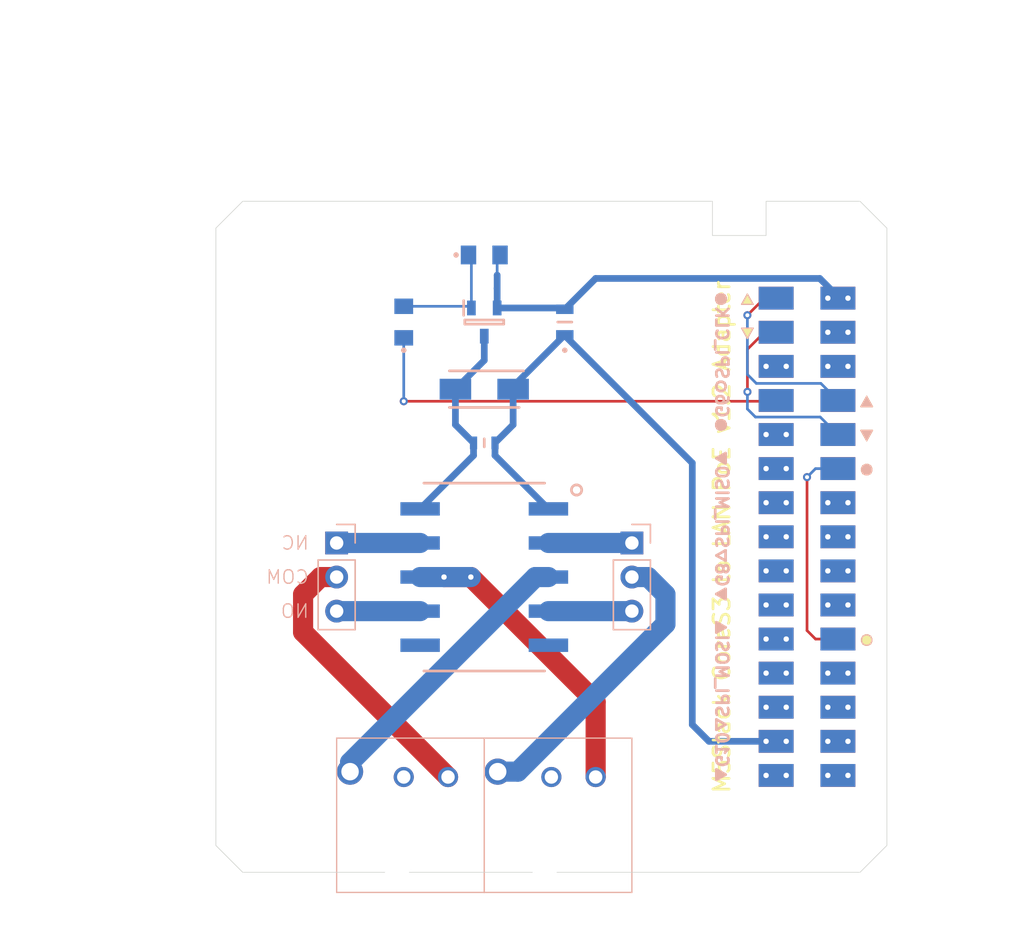
<source format=kicad_pcb>
(kicad_pcb (version 20241229) (generator "pcbnew") (generator_version "9.0")
  (title_block (title "M5Stack CoreS3 to LAN PoE v1.2 Adapter with DPDT Relay") (date "2025-08-14") (rev "1.0") (company "https://github.com/rtyle") (comment 1 "https://github.com/m5stack/M5_Hardware/tree/master/PCB/Module") (comment 2 "https://docs.m5stack.com/en/base/lan_poe_v12") (comment 3 "https://docs.m5stack.com/en/accessory/bus_socket"))
  (layers (0 "F.Cu" jumper "Top Layer") (2 "B.Cu" signal "Bottom Layer") (13 "F.Paste" user "Top Paste") (15 "B.Paste" user "Bottom Paste") (5 "F.SilkS" user "Top Overlay") (7 "B.SilkS" user "Bottom Overlay") (1 "F.Mask" user "Top Solder") (3 "B.Mask" user "Bottom Solder") (25 "Edge.Cuts" user))
  (net 0 "")
  (net 1 "/G5·")
  (net 2 "/G14{slash}I2S_DIN·INT")
  (net 3 "/G8·SPI_MISO")
  (net 4 "/RST{slash}EN·")
  (net 5 "/G2{slash}PA_SDA·")
  (net 6 "/G6·SPI_CLK")
  (net 7 "/G44{slash}RXD0·")
  (net 8 "/GND1")
  (net 9 "/3V3")
  (net 10 "/GND2")
  (net 11 "/G7·RST")
  (net 12 "/G43{slash}TXD0·")
  (net 13 "GND")
  (net 14 "/G18{slash}PC_RX·")
  (net 15 "/HPWR2")
  (net 16 "/G10·SPI_MOSI")
  (net 17 "/G1{slash}PA_SCL·RS232_RX{slash}RS485_RX")
  (net 18 "/G13{slash}I2S_DOUT·RS232_TX{slash}RS485_TX")
  (net 19 "/G11{slash}In_CL·")
  (net 20 "/G0{slash}I2S_LRCK·")
  (net 21 "/HPWR0")
  (net 22 "/G12{slash}In_SDA·")
  (net 23 "/HPWR1")
  (net 24 "+5V")
  (net 27 "/G17{slash}PC_TX·")
  (net 28 "/G9·CS")
  (net 37 "/BAT")
  (net 38 "/SW1")
  (net 40 "/COM0")
  (net 41 "/SW0")
  (net 42 "/COM1")
  (net 43 "/NO0")
  (net 44 "/NC0")
  (net 45 "/NO1")
  (net 46 "/NC1")
  (net 47 "/BASE")
  (net 48 "/PULLDOWN")
  (net 49 "/COIL-")
  (footprint "m5stack:MountingHole_2.0mm_M5Stack" (layer "F.Cu") (at 107 103)
    (property "Reference" "REF**" (hide yes))
    (property "Value" "MountingHole_2.0mm_M5Stack")
    (pad "" np_thru_hole circle (at 0 0) (size 2 2) (drill 2) (layers "*.Cu" "*.Mask"))
  )
  (footprint "m5stack:MountingHole_2.0mm_M5Stack" (layer "F.Cu") (at 107 147)
    (property "Reference" "REF**" (hide yes))
    (property "Value" "MountingHole_2.0mm_M5Stack")
    (pad "" np_thru_hole circle (at 0 0) (size 2 2) (drill 2) (layers "*.Cu" "*.Mask"))
  )
  (footprint "m5stack:MountingHole_3.1mm_M3_M5Stack" (layer "F.Cu") (at 103 147)
    (property "Reference" "REF**" (hide yes))
    (property "Value" "MountingHole_3.1mm_M3_M5Stack")
    (pad "" np_thru_hole circle (at 0 0) (size 3.1 3.1) (drill 3.1) (layers "*.Cu" "*.Mask"))
  )
  (footprint "m5stack:MountingHole_2.0mm_M5Stack" (layer "F.Cu") (at 143 103)
    (property "Reference" "REF**" (hide yes))
    (property "Value" "MountingHole_2.0mm_M5Stack")
    (pad "" np_thru_hole circle (at 0 0) (size 2 2) (drill 2) (layers "*.Cu" "*.Mask"))
  )
  (footprint "m5stack:MountingHole_2.0mm_M5Stack" (layer "F.Cu") (at 143 147)
    (property "Reference" "REF**" (hide yes))
    (property "Value" "MountingHole_2.0mm_M5Stack")
    (pad "" np_thru_hole circle (at 0 0) (size 2 2) (drill 2) (layers "*.Cu" "*.Mask"))
  )
  (footprint "m5stack:PinHeader_2x15_P2.54mm_Vertical_SMD_M5Stack_A001" (layer "F.Cu") (at 144.05 125)
    (property "Reference" "J1" (hide yes))
    (property "Value" "M5Stack A117 PinHeader")
    (pad "" np_thru_hole circle (at 0 -16.51 180) (size 1.1 1.1) (drill 1.1) (layers "*.Cu" "*.Mask"))
    (pad "" np_thru_hole circle (at 0 -13.97 180) (size 1 1) (drill 1) (layers "*.Cu" "*.Mask"))
    (pad "" np_thru_hole circle (at 0 13.97 180) (size 1 1) (drill 1) (layers "*.Cu" "*.Mask"))
    (pad "" np_thru_hole circle (at 0 16.51 180) (size 1.1 1.1) (drill 1.1) (layers "*.Cu" "*.Mask"))
    (pad "000" smd rect (at 2.3 -17.78 180) (size 2.6 1.7) (layers "F.Cu" "F.Mask" "F.Paste") (net 13 "GND"))
    (pad "001" smd rect (at 2.3 -15.24 180) (size 2.6 1.7) (layers "F.Cu" "F.Mask" "F.Paste") (net 8 "/GND1"))
    (pad "002" smd rect (at 2.3 -12.7 180) (size 2.6 1.7) (layers "F.Cu" "F.Mask" "F.Paste") (net 10 "/GND2"))
    (pad "003" smd rect (at 2.3 -10.16 180) (size 2.6 1.7) (layers "F.Cu" "F.Mask" "F.Paste"))
    (pad "004" smd rect (at 2.3 -7.62 180) (size 2.6 1.7) (layers "F.Cu" "F.Mask" "F.Paste"))
    (pad "005" smd rect (at 2.3 -5.08 180) (size 2.6 1.7) (layers "F.Cu" "F.Mask" "F.Paste"))
    (pad "006" smd rect (at 2.3 -2.54 180) (size 2.6 1.7) (layers "F.Cu" "F.Mask" "F.Paste") (net 7 "/G44{slash}RXD0·"))
    (pad "007" smd rect (at 2.3 0 180) (size 2.6 1.7) (layers "F.Cu" "F.Mask" "F.Paste") (net 14 "/G18{slash}PC_RX·"))
    (pad "008" smd rect (at 2.3 2.54 180) (size 2.6 1.7) (layers "F.Cu" "F.Mask" "F.Paste") (net 22 "/G12{slash}In_SDA·"))
    (pad "009" smd rect (at 2.3 5.08 180) (size 2.6 1.7) (layers "F.Cu" "F.Mask" "F.Paste") (net 5 "/G2{slash}PA_SDA·"))
    (pad "010" smd rect (at 2.3 7.62 180) (size 2.6 1.7) (layers "F.Cu" "F.Mask" "F.Paste") (net 6 "/G6·SPI_CLK"))
    (pad "011" smd rect (at 2.3 10.16 180) (size 2.6 1.7) (layers "F.Cu" "F.Mask" "F.Paste") (net 18 "/G13{slash}I2S_DOUT·RS232_TX{slash}RS485_TX"))
    (pad "012" smd rect (at 2.3 12.7 180) (size 2.6 1.7) (layers "F.Cu" "F.Mask" "F.Paste") (net 21 "/HPWR0"))
    (pad "013" smd rect (at 2.3 15.24 180) (size 2.6 1.7) (layers "F.Cu" "F.Mask" "F.Paste") (net 23 "/HPWR1"))
    (pad "014" smd rect (at 2.3 17.78 180) (size 2.6 1.7) (layers "F.Cu" "F.Mask" "F.Paste") (net 15 "/HPWR2"))
    (pad "100" smd rect (at -2.3 -17.78) (size 2.6 1.7) (layers "F.Cu" "F.Mask" "F.Paste") (net 16 "/G10·SPI_MOSI"))
    (pad "101" smd rect (at -2.3 -15.24) (size 2.6 1.7) (layers "F.Cu" "F.Mask" "F.Paste") (net 3 "/G8·SPI_MISO"))
    (pad "102" smd rect (at -2.3 -12.7) (size 2.6 1.7) (layers "F.Cu" "F.Mask" "F.Paste") (net 4 "/RST{slash}EN·"))
    (pad "103" smd rect (at -2.3 -10.16) (size 2.6 1.7) (layers "F.Cu" "F.Mask" "F.Paste") (net 1 "/G5·"))
    (pad "104" smd rect (at -2.3 -7.62) (size 2.6 1.7) (layers "F.Cu" "F.Mask" "F.Paste") (net 28 "/G9·CS"))
    (pad "105" smd rect (at -2.3 -5.08) (size 2.6 1.7) (layers "F.Cu" "F.Mask" "F.Paste") (net 9 "/3V3"))
    (pad "106" smd rect (at -2.3 -2.54) (size 2.6 1.7) (layers "F.Cu" "F.Mask" "F.Paste") (net 12 "/G43{slash}TXD0·"))
    (pad "107" smd rect (at -2.3 0) (size 2.6 1.7) (layers "F.Cu" "F.Mask" "F.Paste") (net 27 "/G17{slash}PC_TX·"))
    (pad "108" smd rect (at -2.3 2.54) (size 2.6 1.7) (layers "F.Cu" "F.Mask" "F.Paste") (net 19 "/G11{slash}In_CL·"))
    (pad "109" smd rect (at -2.3 5.08) (size 2.6 1.7) (layers "F.Cu" "F.Mask" "F.Paste") (net 17 "/G1{slash}PA_SCL·RS232_RX{slash}RS485_RX"))
    (pad "110" smd rect (at -2.3 7.62) (size 2.6 1.7) (layers "F.Cu" "F.Mask" "F.Paste") (net 11 "/G7·RST"))
    (pad "111" smd rect (at -2.3 10.16) (size 2.6 1.7) (layers "F.Cu" "F.Mask" "F.Paste") (net 20 "/G0{slash}I2S_LRCK·"))
    (pad "112" smd rect (at -2.3 12.7) (size 2.6 1.7) (layers "F.Cu" "F.Mask" "F.Paste") (net 2 "/G14{slash}I2S_DIN·INT"))
    (pad "113" smd rect (at -2.3 15.24) (size 2.6 1.7) (layers "F.Cu" "F.Mask" "F.Paste") (net 24 "+5V"))
    (pad "114" smd rect (at -2.3 17.78) (size 2.6 1.7) (layers "F.Cu" "F.Mask" "F.Paste") (net 37 "/BAT"))
  )
  (footprint "m5stack:MountingHole_3.1mm_M3_M5Stack" (layer "F.Cu") (at 147 147)
    (property "Reference" "REF**" (hide yes))
    (property "Value" "MountingHole_3.1mm_M3_M5Stack")
    (pad "" np_thru_hole circle (at 0 0) (size 3.1 3.1) (drill 3.1) (layers "*.Cu" "*.Mask"))
  )
  (footprint "m5stack:MountingHole_3.1mm_M3_M5Stack" (layer "F.Cu") (at 103 103)
    (property "Reference" "REF**" (hide yes))
    (property "Value" "MountingHole_3.1mm_M3_M5Stack")
    (pad "" np_thru_hole circle (at 0 0) (size 3.1 3.1) (drill 3.1) (layers "*.Cu" "*.Mask"))
  )
  (footprint "m5stack:MountingHole_3.1mm_M3_M5Stack" (layer "F.Cu") (at 147 103)
    (property "Reference" "REF**" (hide yes))
    (property "Value" "MountingHole_3.1mm_M3_M5Stack")
    (pad "" np_thru_hole circle (at 0 0) (size 3.1 3.1) (drill 3.1) (layers "*.Cu" "*.Mask"))
  )
  (footprint "SamacSys_Parts:DIOM5227X270N" (layer "B.Cu") (at 120 114 180)
    (property "Reference" "D1" (hide yes))
    (property "Value" "SS14" (hide yes))
    (fp_line (start 2.6 1.362) (end -2.925 1.362) (stroke (width 0.2)) (layer "B.SilkS"))
    (fp_line (start -2.6 -1.362) (end 2.6 -1.362) (stroke (width 0.2)) (layer "B.SilkS"))
    (pad "1" smd rect (at -2.15 0 90) (size 1.55 2.35) (layers "B.Cu" "B.Mask" "B.Paste") (net 24 "+5V"))
    (pad "2" smd rect (at 2.15 0 90) (size 1.55 2.35) (layers "B.Cu" "B.Mask" "B.Paste") (net 49 "/COIL-"))
  )
  (footprint "SamacSys_Parts:CAPC1608X80N" (layer "B.Cu") (at 120 118)
    (property "Reference" "C2" (hide yes))
    (property "Value" "0.1uF" (hide yes))
    (fp_line (start 0 0.3) (end 0 -0.3) (stroke (width 0.2)) (layer "B.SilkS"))
    (pad "1" smd rect (at -0.8 0) (size 0.54 0.94) (layers "B.Cu" "B.Mask" "B.Paste") (net 49 "/COIL-"))
    (pad "2" smd rect (at 0.8 0) (size 0.54 0.94) (layers "B.Cu" "B.Mask" "B.Paste") (net 24 "+5V"))
  )
  (footprint "NetTie:NetTie-2_SMD_Pad0.5mm" (layer "B.Cu") (at 120.96 106 -90)
    (property "Reference" "NT2" (hide yes))
    (property "Value" "NetTie_2" (hide yes))
    (fp_poly (pts (xy -0.5 0.25) (xy 0.5 0.25) (xy 0.5 -0.25) (xy -0.5 -0.25)) (fill yes) (layer "B.Cu"))
    (pad "1" smd circle (at -0.5 0 270) (size 0.5 0.5) (layers "B.Cu") (net 48 "/PULLDOWN"))
    (pad "2" smd circle (at 0.5 0 270) (size 0.5 0.5) (layers "B.Cu") (net 13 "GND"))
  )
  (footprint "SamacSys_Parts:ERJP06D1000V" (layer "B.Cu") (at 114 109 90)
    (property "Reference" "R1" (hide yes))
    (property "Value" "1K" (hide yes))
    (fp_line (start -2.1 -0.1) (end -2.1 -0.1) (stroke (width 0.2)) (layer "B.SilkS"))
    (fp_line (start -2.1 0.1) (end -2.1 0.1) (stroke (width 0.2)) (layer "B.SilkS"))
    (fp_arc (start -2.1 -0.1) (mid -2 0) (end -2.1 0.1) (stroke (width 0.2)) (layer "B.SilkS"))
    (fp_arc (start -2.1 0.1) (mid -2.2 0) (end -2.1 -0.1) (stroke (width 0.2)) (layer "B.SilkS"))
    (pad "1" smd rect (at -1.175 0 90) (size 1.15 1.4) (layers "B.Cu" "B.Mask" "B.Paste") (net 1 "/G5·"))
    (pad "2" smd rect (at 1.175 0 90) (size 1.15 1.4) (layers "B.Cu" "B.Mask" "B.Paste") (net 47 "/BASE"))
  )
  (footprint "m5stack:PinSocket_2x15_P2.54mm_Vertical_SMD_M5Stack_A001" (layer "B.Cu") (at 144.05 125 180)
    (property "Reference" "J2" (hide yes))
    (property "Value" "M5Stack A117 PinSocket")
    (pad "" np_thru_hole circle (at 0 -16.51) (size 1.1 1.1) (drill 1.1) (layers "*.Cu" "*.Mask"))
    (pad "" np_thru_hole circle (at 0 -13.97) (size 1 1) (drill 1) (layers "*.Cu" "*.Mask"))
    (pad "" np_thru_hole circle (at 0 13.97) (size 1 1) (drill 1) (layers "*.Cu" "*.Mask"))
    (pad "" np_thru_hole circle (at 0 16.51) (size 1.1 1.1) (drill 1.1) (layers "*.Cu" "*.Mask"))
    (pad "000" smd rect (at -2.3 17.78 180) (size 2.6 1.7) (layers "B.Cu" "B.Mask" "B.Paste") (net 13 "GND"))
    (pad "001" smd rect (at -2.3 15.24 180) (size 2.6 1.7) (layers "B.Cu" "B.Mask" "B.Paste") (net 8 "/GND1"))
    (pad "002" smd rect (at -2.3 12.7 180) (size 2.6 1.7) (layers "B.Cu" "B.Mask" "B.Paste") (net 10 "/GND2"))
    (pad "003" smd rect (at -2.3 10.16 180) (size 2.6 1.7) (layers "B.Cu" "B.Mask" "B.Paste") (net 16 "/G10·SPI_MOSI"))
    (pad "004" smd rect (at -2.3 7.62 180) (size 2.6 1.7) (layers "B.Cu" "B.Mask" "B.Paste") (net 3 "/G8·SPI_MISO"))
    (pad "005" smd rect (at -2.3 5.08 180) (size 2.6 1.7) (layers "B.Cu" "B.Mask" "B.Paste") (net 6 "/G6·SPI_CLK"))
    (pad "006" smd rect (at -2.3 2.54 180) (size 2.6 1.7) (layers "B.Cu" "B.Mask" "B.Paste") (net 7 "/G44{slash}RXD0·"))
    (pad "007" smd rect (at -2.3 0 180) (size 2.6 1.7) (layers "B.Cu" "B.Mask" "B.Paste") (net 14 "/G18{slash}PC_RX·"))
    (pad "008" smd rect (at -2.3 -2.54 180) (size 2.6 1.7) (layers "B.Cu" "B.Mask" "B.Paste") (net 22 "/G12{slash}In_SDA·"))
    (pad "009" smd rect (at -2.3 -5.08 180) (size 2.6 1.7) (layers "B.Cu" "B.Mask" "B.Paste") (net 5 "/G2{slash}PA_SDA·"))
    (pad "010" smd rect (at -2.3 -7.62 180) (size 2.6 1.7) (layers "B.Cu" "B.Mask" "B.Paste"))
    (pad "011" smd rect (at -2.3 -10.16 180) (size 2.6 1.7) (layers "B.Cu" "B.Mask" "B.Paste") (net 18 "/G13{slash}I2S_DOUT·RS232_TX{slash}RS485_TX"))
    (pad "012" smd rect (at -2.3 -12.7 180) (size 2.6 1.7) (layers "B.Cu" "B.Mask" "B.Paste") (net 21 "/HPWR0"))
    (pad "013" smd rect (at -2.3 -15.24 180) (size 2.6 1.7) (layers "B.Cu" "B.Mask" "B.Paste") (net 23 "/HPWR1"))
    (pad "014" smd rect (at -2.3 -17.78 180) (size 2.6 1.7) (layers "B.Cu" "B.Mask" "B.Paste") (net 15 "/HPWR2"))
    (pad "100" smd rect (at 2.3 17.78) (size 2.6 1.7) (layers "B.Cu" "B.Mask" "B.Paste"))
    (pad "101" smd rect (at 2.3 15.24) (size 2.6 1.7) (layers "B.Cu" "B.Mask" "B.Paste"))
    (pad "102" smd rect (at 2.3 12.7) (size 2.6 1.7) (layers "B.Cu" "B.Mask" "B.Paste") (net 4 "/RST{slash}EN·"))
    (pad "103" smd rect (at 2.3 10.16) (size 2.6 1.7) (layers "B.Cu" "B.Mask" "B.Paste"))
    (pad "104" smd rect (at 2.3 7.62) (size 2.6 1.7) (layers "B.Cu" "B.Mask" "B.Paste") (net 28 "/G9·CS"))
    (pad "105" smd rect (at 2.3 5.08) (size 2.6 1.7) (layers "B.Cu" "B.Mask" "B.Paste") (net 9 "/3V3"))
    (pad "106" smd rect (at 2.3 2.54) (size 2.6 1.7) (layers "B.Cu" "B.Mask" "B.Paste") (net 12 "/G43{slash}TXD0·"))
    (pad "107" smd rect (at 2.3 0) (size 2.6 1.7) (layers "B.Cu" "B.Mask" "B.Paste") (net 27 "/G17{slash}PC_TX·"))
    (pad "108" smd rect (at 2.3 -2.54) (size 2.6 1.7) (layers "B.Cu" "B.Mask" "B.Paste") (net 19 "/G11{slash}In_CL·"))
    (pad "109" smd rect (at 2.3 -5.08) (size 2.6 1.7) (layers "B.Cu" "B.Mask" "B.Paste") (net 17 "/G1{slash}PA_SCL·RS232_RX{slash}RS485_RX"))
    (pad "110" smd rect (at 2.3 -7.62) (size 2.6 1.7) (layers "B.Cu" "B.Mask" "B.Paste") (net 11 "/G7·RST"))
    (pad "111" smd rect (at 2.3 -10.16) (size 2.6 1.7) (layers "B.Cu" "B.Mask" "B.Paste") (net 20 "/G0{slash}I2S_LRCK·"))
    (pad "112" smd rect (at 2.3 -12.7) (size 2.6 1.7) (layers "B.Cu" "B.Mask" "B.Paste") (net 2 "/G14{slash}I2S_DIN·INT"))
    (pad "113" smd rect (at 2.3 -15.24) (size 2.6 1.7) (layers "B.Cu" "B.Mask" "B.Paste") (net 24 "+5V"))
    (pad "114" smd rect (at 2.3 -17.78) (size 2.6 1.7) (layers "B.Cu" "B.Mask" "B.Paste") (net 37 "/BAT"))
  )
  (footprint "SamacSys_Parts:SOT96P240X110-3N" (layer "B.Cu") (at 120 109 -90)
    (property "Reference" "Q1" (hide yes))
    (property "Value" "MMBT3904-7-F" (hide yes))
    (fp_line (start -1.6 1.535) (end -0.5 1.535) (stroke (width 0.2)) (layer "B.SilkS"))
    (fp_line (start -0.15 1.45) (end 0.15 1.45) (stroke (width 0.2)) (layer "B.SilkS"))
    (fp_line (start 0.15 1.45) (end 0.15 -1.45) (stroke (width 0.2)) (layer "B.SilkS"))
    (fp_line (start -0.15 -1.45) (end -0.15 1.45) (stroke (width 0.2)) (layer "B.SilkS"))
    (fp_line (start 0.15 -1.45) (end -0.15 -1.45) (stroke (width 0.2)) (layer "B.SilkS"))
    (pad "1" smd rect (at -1.05 0.96 180) (size 0.65 1.1) (layers "B.Cu" "B.Mask" "B.Paste") (net 47 "/BASE"))
    (pad "2" smd rect (at -1.05 -0.96 180) (size 0.65 1.1) (layers "B.Cu" "B.Mask" "B.Paste") (net 13 "GND"))
    (pad "3" smd rect (at 1.05 0 180) (size 0.65 1.1) (layers "B.Cu" "B.Mask" "B.Paste") (net 49 "/COIL-"))
  )
  (footprint "SamacSys_Parts:ERJP06D1000V" (layer "B.Cu") (at 120 104)
    (property "Reference" "R2" (hide yes))
    (property "Value" "10K" (hide yes))
    (fp_line (start -2.1 -0.1) (end -2.1 -0.1) (stroke (width 0.2)) (layer "B.SilkS"))
    (fp_line (start -2.1 0.1) (end -2.1 0.1) (stroke (width 0.2)) (layer "B.SilkS"))
    (fp_arc (start -2.1 -0.1) (mid -2 0) (end -2.1 0.1) (stroke (width 0.2)) (layer "B.SilkS"))
    (fp_arc (start -2.1 0.1) (mid -2.2 0) (end -2.1 -0.1) (stroke (width 0.2)) (layer "B.SilkS"))
    (pad "1" smd rect (at -1.175 0) (size 1.15 1.4) (layers "B.Cu" "B.Mask" "B.Paste") (net 47 "/BASE"))
    (pad "2" smd rect (at 1.175 0) (size 1.15 1.4) (layers "B.Cu" "B.Mask" "B.Paste") (net 48 "/PULLDOWN"))
  )
  (footprint "SamacSys_Parts:TQ2SA5V" (layer "B.Cu") (at 120 128 -90)
    (property "Reference" "K1" (hide yes))
    (property "Value" "TQ2SA-5V" (hide yes))
    (fp_line (start -7 4.5) (end -7 -4.5) (stroke (width 0.2)) (layer "B.SilkS"))
    (fp_line (start 7 4.5) (end 7 -4.5) (stroke (width 0.2)) (layer "B.SilkS"))
    (fp_line (start -6.87 -6.878) (end -6.87 -6.878) (stroke (width 0.2)) (layer "B.SilkS"))
    (fp_line (start -6.104 -6.878) (end -6.104 -6.878) (stroke (width 0.2)) (layer "B.SilkS"))
    (fp_arc (start -6.87 -6.878) (mid -6.487 -7.261) (end -6.104 -6.878) (stroke (width 0.2)) (layer "B.SilkS"))
    (fp_arc (start -6.104 -6.878) (mid -6.487 -6.495) (end -6.87 -6.878) (stroke (width 0.2)) (layer "B.SilkS"))
    (pad "1" smd rect (at -5.08 -4.78 270) (size 1 2.94) (layers "B.Cu" "B.Mask" "B.Paste") (net 24 "+5V"))
    (pad "2" smd rect (at -2.54 -4.78 270) (size 1 2.94) (layers "B.Cu" "B.Mask" "B.Paste") (net 44 "/NC0"))
    (pad "3" smd rect (at 0 -4.78 270) (size 1 2.94) (layers "B.Cu" "B.Mask" "B.Paste") (net 40 "/COM0"))
    (pad "4" smd rect (at 2.54 -4.78 270) (size 1 2.94) (layers "B.Cu" "B.Mask" "B.Paste") (net 43 "/NO0"))
    (pad "5" smd rect (at 5.08 -4.78 270) (size 1 2.94) (layers "B.Cu" "B.Mask" "B.Paste"))
    (pad "6" smd rect (at 5.08 4.78 270) (size 1 2.94) (layers "B.Cu" "B.Mask" "B.Paste"))
    (pad "7" smd rect (at 2.54 4.78 270) (size 1 2.94) (layers "B.Cu" "B.Mask" "B.Paste") (net 45 "/NO1"))
    (pad "8" smd rect (at 0 4.78 270) (size 1 2.94) (layers "B.Cu" "B.Mask" "B.Paste") (net 42 "/COM1"))
    (pad "9" smd rect (at -2.54 4.78 270) (size 1 2.94) (layers "B.Cu" "B.Mask" "B.Paste") (net 46 "/NC1"))
    (pad "10" smd rect (at -5.08 4.78 270) (size 1 2.94) (layers "B.Cu" "B.Mask" "B.Paste") (net 49 "/COIL-"))
  )
  (footprint "SamacSys_Parts:PJ012A" (layer "B.Cu") (at 113.5 150 180)
    (property "Reference" "J3" (hide yes))
    (property "Value" "PJ-012A" (hide yes))
    (fp_line (start 4.5 10) (end 4.5 -1.5) (stroke (width 0.1)) (layer "B.SilkS"))
    (fp_line (start 4.5 -1.5) (end -6.5 -1.5) (stroke (width 0.1)) (layer "B.SilkS"))
    (fp_line (start -6.5 10) (end 4.5 10) (stroke (width 0.1)) (layer "B.SilkS"))
    (fp_line (start -6.5 -1.5) (end -6.5 10) (stroke (width 0.1)) (layer "B.SilkS"))
    (pad "" np_thru_hole circle (at 0 0 180) (size 1.8 1.8) (drill 1.8) (layers "*.Cu" "*.Mask"))
    (pad "1" thru_hole circle (at -3.8 7.1 180) (size 1.5 1.5) (drill 1) (layers "*.Cu" "*.Mask") (net 38 "/SW1"))
    (pad "2" thru_hole circle (at 3.5 7.5 180) (size 1.95 1.95) (drill 1.3) (layers "*.Cu" "*.Mask") (net 40 "/COM0"))
    (pad "3" thru_hole circle (at -0.5 7.1 180) (size 1.5 1.5) (drill 1) (layers "*.Cu" "*.Mask"))
  )
  (footprint "SamacSys_Parts:GRM21BR60J226ME39L" (layer "B.Cu") (at 126 109 90)
    (property "Reference" "C1" (hide yes))
    (property "Value" "10uF" (hide yes))
    (fp_line (start -2.1 -0.1) (end -2.1 -0.1) (stroke (width 0.2)) (layer "B.SilkS"))
    (fp_line (start -2.1 0.1) (end -2.1 0.1) (stroke (width 0.2)) (layer "B.SilkS"))
    (fp_line (start 0 0.525) (end 0 -0.525) (stroke (width 0.2)) (layer "B.SilkS"))
    (fp_arc (start -2.1 -0.1) (mid -2 0) (end -2.1 0.1) (stroke (width 0.2)) (layer "B.SilkS"))
    (fp_arc (start -2.1 0.1) (mid -2.2 0) (end -2.1 -0.1) (stroke (width 0.2)) (layer "B.SilkS"))
    (pad "1" smd rect (at -0.95 0 90) (size 0.7 1.3) (layers "B.Cu" "B.Mask" "B.Paste") (net 24 "+5V"))
    (pad "2" smd rect (at 0.95 0 90) (size 0.7 1.3) (layers "B.Cu" "B.Mask" "B.Paste") (net 13 "GND"))
  )
  (footprint "Connector_PinHeader_2.54mm:PinHeader_1x03_P2.54mm_Vertical" (layer "B.Cu") (at 109 125.46 180)
    (property "Reference" "J6" (hide yes))
    (property "Value" "Conn_01x03" (hide yes))
    (fp_line (start 1.38 -1.27) (end 1.38 -6.46) (stroke (width 0.12)) (layer "B.SilkS"))
    (fp_line (start -1.38 1.38) (end 0 1.38) (stroke (width 0.12)) (layer "B.SilkS"))
    (fp_line (start -1.38 0) (end -1.38 1.38) (stroke (width 0.12)) (layer "B.SilkS"))
    (fp_line (start -1.38 -1.27) (end 1.38 -1.27) (stroke (width 0.12)) (layer "B.SilkS"))
    (fp_line (start -1.38 -1.27) (end -1.38 -6.46) (stroke (width 0.12)) (layer "B.SilkS"))
    (fp_line (start -1.38 -6.46) (end 1.38 -6.46) (stroke (width 0.12)) (layer "B.SilkS"))
    (pad "1" thru_hole rect (at 0 0 180) (size 1.7 1.7) (drill 1) (layers "*.Cu" "*.Mask") (net 46 "/NC1"))
    (pad "2" thru_hole circle (at 0 -2.54 180) (size 1.7 1.7) (drill 1) (layers "*.Cu" "*.Mask") (net 38 "/SW1"))
    (pad "3" thru_hole circle (at 0 -5.08 180) (size 1.7 1.7) (drill 1) (layers "*.Cu" "*.Mask") (net 45 "/NO1"))
  )
  (footprint "SamacSys_Parts:PJ012A" (layer "B.Cu") (at 124.5 150 180)
    (property "Reference" "J4" (hide yes))
    (property "Value" "PJ-012A" (hide yes))
    (fp_line (start 4.5 10) (end 4.5 -1.5) (stroke (width 0.1)) (layer "B.SilkS"))
    (fp_line (start 4.5 -1.5) (end -6.5 -1.5) (stroke (width 0.1)) (layer "B.SilkS"))
    (fp_line (start -6.5 10) (end 4.5 10) (stroke (width 0.1)) (layer "B.SilkS"))
    (fp_line (start -6.5 -1.5) (end -6.5 10) (stroke (width 0.1)) (layer "B.SilkS"))
    (pad "" np_thru_hole circle (at 0 0 180) (size 1.8 1.8) (drill 1.8) (layers "*.Cu" "*.Mask"))
    (pad "1" thru_hole circle (at -3.8 7.1 180) (size 1.5 1.5) (drill 1) (layers "*.Cu" "*.Mask") (net 42 "/COM1"))
    (pad "2" thru_hole circle (at 3.5 7.5 180) (size 1.95 1.95) (drill 1.3) (layers "*.Cu" "*.Mask") (net 41 "/SW0"))
    (pad "3" thru_hole circle (at -0.5 7.1 180) (size 1.5 1.5) (drill 1) (layers "*.Cu" "*.Mask"))
  )
  (footprint "Connector_PinHeader_2.54mm:PinHeader_1x03_P2.54mm_Vertical" (layer "B.Cu") (at 131 125.46 180)
    (property "Reference" "J5" (hide yes))
    (property "Value" "Conn_01x03" (hide yes))
    (fp_line (start 1.38 -1.27) (end 1.38 -6.46) (stroke (width 0.12)) (layer "B.SilkS"))
    (fp_line (start -1.38 1.38) (end 0 1.38) (stroke (width 0.12)) (layer "B.SilkS"))
    (fp_line (start -1.38 0) (end -1.38 1.38) (stroke (width 0.12)) (layer "B.SilkS"))
    (fp_line (start -1.38 -1.27) (end 1.38 -1.27) (stroke (width 0.12)) (layer "B.SilkS"))
    (fp_line (start -1.38 -1.27) (end -1.38 -6.46) (stroke (width 0.12)) (layer "B.SilkS"))
    (fp_line (start -1.38 -6.46) (end 1.38 -6.46) (stroke (width 0.12)) (layer "B.SilkS"))
    (pad "1" thru_hole rect (at 0 0 180) (size 1.7 1.7) (drill 1) (layers "*.Cu" "*.Mask") (net 44 "/NC0"))
    (pad "2" thru_hole circle (at 0 -2.54 180) (size 1.7 1.7) (drill 1) (layers "*.Cu" "*.Mask") (net 41 "/SW0"))
    (pad "3" thru_hole circle (at 0 -5.08 180) (size 1.7 1.7) (drill 1) (layers "*.Cu" "*.Mask") (net 43 "/NO0"))
  )
  (gr_poly (pts (xy 150 102) (xy 148 100) (xy 141 100) (xy 141 102.55) (xy 137 102.55) (xy 137 100) (xy 102 100) (xy 100 102) (xy 100 148) (xy 102 150) (xy 148 150) (xy 150 148)) (stroke (width 0.05)) (fill no) (layer "Edge.Cuts"))
  (gr_text "○" (at 148.495 119.92 0) (layer "F.SilkS") (effects (font (size 1 1) (thickness 0.1) (bold yes))))
  (gr_text "▼" (at 139.605 109.76 0) (layer "F.SilkS") (effects (font (size 1 1) (thickness 0.1) (bold yes))))
  (gr_text "▲" (at 139.605 107.22 0) (layer "F.SilkS") (effects (font (size 1 1) (thickness 0.1) (bold yes))))
  (gr_text "M5Stack CoreS3 to LAN PoE v1.2 Adapter" (at 137.7 125 90) (layer "F.SilkS") (effects (font (size 1.2 1.2) (thickness 0.2) (bold yes))))
  (gr_text "●" (at 148.495 132.62 0) (layer "F.SilkS") (effects (font (size 1 1) (thickness 0.1) (bold yes))))
  (gr_text "▽" (at 148.495 117.38 0) (layer "F.SilkS") (effects (font (size 1 1) (thickness 0.1) (bold yes))))
  (gr_text "△" (at 148.495 114.84 0) (layer "F.SilkS") (effects (font (size 1 1) (thickness 0.1) (bold yes))))
  (gr_text "▽" (at 139.605 109.76 0) (layer "B.SilkS") (effects (font (size 1 1) (thickness 0.1) (bold yes)) (justify mirror)))
  (gr_text "△" (at 139.605 107.22 0) (layer "B.SilkS") (effects (font (size 1 1) (thickness 0.1) (bold yes)) (justify mirror)))
  (gr_text "NO" (at 107 130.54 0) (layer "B.SilkS") (effects (font (size 1 1) (thickness 0.1)) (justify left mirror)))
  (gr_text "○" (at 148.495 132.62 0) (layer "B.SilkS") (effects (font (size 1 1) (thickness 0.1) (bold yes)) (justify mirror)))
  (gr_text "●" (at 148.495 119.92 0) (layer "B.SilkS") (effects (font (size 1 1) (thickness 0.1) (bold yes)) (justify mirror)))
  (gr_text "COM" (at 107 128 0) (layer "B.SilkS") (effects (font (size 1 1) (thickness 0.1)) (justify left mirror)))
  (gr_text "▼" (at 148.495 117.38 0) (layer "B.SilkS") (effects (font (size 1 1) (thickness 0.1) (bold yes)) (justify mirror)))
  (gr_text "NC" (at 107 125.46 0) (layer "B.SilkS") (effects (font (size 1 1) (thickness 0.1)) (justify left mirror)))
  (gr_text "▲G10△SPI_MOSI▲  ▼G8▽SPI_MISO▼  ●G6○SPI_CLK●" (at 137.7 125 270) (layer "B.SilkS") (effects (font (size 0.9 0.9) (thickness 0.2)) (justify mirror)))
  (gr_text "▲" (at 148.495 114.84 0) (layer "B.SilkS") (effects (font (size 1 1) (thickness 0.1) (bold yes)) (justify mirror)))
  (segment (start 141.75 114.84) (end 141.689 114.901) (width 0.2) (layer "F.Cu") (net 1))
  (segment (start 141.689 114.901) (end 114 114.901) (width 0.2) (layer "F.Cu") (net 1))
  (via (at 114 114.901) (size 0.6) (drill 0.3) (layers "F.Cu" "B.Cu") (net 1))
  (segment (start 114 114.901) (end 114 110.175) (width 0.2) (layer "B.Cu") (net 1))
  (via (at 141 137.7) (size 0.7) (drill 0.4) (layers "F.Cu" "B.Cu") (net 2))
  (via (at 142.5 137.7) (size 0.7) (drill 0.4) (layers "F.Cu" "B.Cu") (net 2))
  (segment (start 139.61 114.2) (end 139.605 111.03) (width 0.2) (layer "F.Cu") (net 3))
  (segment (start 140.875 109.76) (end 139.605 111.03) (width 0.2) (layer "F.Cu") (net 3))
  (segment (start 141.75 109.76) (end 140.875 109.76) (width 0.2) (layer "F.Cu") (net 3))
  (via (at 139.61 114.2) (size 0.6) (drill 0.3) (layers "F.Cu" "B.Cu") (net 3))
  (segment (start 140.208 116.078) (end 139.605 115.475) (width 0.2) (layer "B.Cu") (net 3))
  (segment (start 146.336 117.38) (end 145.034 116.078) (width 0.2) (layer "B.Cu") (net 3))
  (segment (start 145.034 116.078) (end 140.208 116.078) (width 0.2) (layer "B.Cu") (net 3))
  (segment (start 139.605 115.475) (end 139.61 114.2) (width 0.2) (layer "B.Cu") (net 3))
  (segment (start 146.35 117.38) (end 146.336 117.38) (width 0.2) (layer "B.Cu") (net 3))
  (via (at 142.5 112.3) (size 0.7) (drill 0.4) (layers "F.Cu" "B.Cu") (net 4))
  (via (at 141 112.3) (size 0.7) (drill 0.4) (layers "F.Cu" "B.Cu") (net 4))
  (via (at 147.1 130.08) (size 0.7) (drill 0.4) (layers "F.Cu" "B.Cu") (net 5))
  (via (at 145.6 130.08) (size 0.7) (drill 0.4) (layers "F.Cu" "B.Cu") (net 5))
  (segment (start 144.685 132.62) (end 144.05 131.985) (width 0.2) (layer "F.Cu") (net 6))
  (segment (start 146.35 132.62) (end 144.685 132.62) (width 0.2) (layer "F.Cu") (net 6))
  (segment (start 144.05 131.985) (end 144.05 120.555) (width 0.2) (layer "F.Cu") (net 6))
  (via (at 144.05 120.555) (size 0.6) (drill 0.3) (layers "F.Cu" "B.Cu") (net 6))
  (segment (start 144.685 119.92) (end 146.35 119.92) (width 0.2) (layer "B.Cu") (net 6))
  (segment (start 144.05 120.555) (end 144.685 119.92) (width 0.2) (layer "B.Cu") (net 6))
  (via (at 145.6 122.46) (size 0.7) (drill 0.4) (layers "F.Cu" "B.Cu") (net 7))
  (via (at 147.1 122.46) (size 0.7) (drill 0.4) (layers "F.Cu" "B.Cu") (net 7))
  (via (at 147.1 109.76) (size 0.7) (drill 0.4) (layers "F.Cu" "B.Cu") (net 8))
  (via (at 145.6 109.76) (size 0.7) (drill 0.4) (layers "F.Cu" "B.Cu") (net 8))
  (via (at 142.5 119.92) (size 0.7) (drill 0.4) (layers "F.Cu" "B.Cu") (net 9))
  (via (at 141 119.92) (size 0.7) (drill 0.4) (layers "F.Cu" "B.Cu") (net 9))
  (via (at 145.6 112.3) (size 0.7) (drill 0.4) (layers "F.Cu" "B.Cu") (net 10))
  (via (at 147.1 112.3) (size 0.7) (drill 0.4) (layers "F.Cu" "B.Cu") (net 10))
  (via (at 141 132.62) (size 0.7) (drill 0.4) (layers "F.Cu" "B.Cu") (net 11))
  (via (at 142.5 132.62) (size 0.7) (drill 0.4) (layers "F.Cu" "B.Cu") (net 11))
  (via (at 142.5 122.46) (size 0.7) (drill 0.4) (layers "F.Cu" "B.Cu") (net 12))
  (via (at 141 122.46) (size 0.7) (drill 0.4) (layers "F.Cu" "B.Cu") (net 12))
  (via (at 145.6 107.22) (size 0.7) (drill 0.4) (layers "F.Cu" "B.Cu") (net 13))
  (via (at 147.1 107.22) (size 0.7) (drill 0.4) (layers "F.Cu" "B.Cu") (net 13))
  (segment (start 125.9 107.95) (end 126 108.05) (width 0.5) (layer "B.Cu") (net 13))
  (segment (start 128.3 105.75) (end 126 108.05) (width 0.5) (layer "B.Cu") (net 13))
  (segment (start 146.35 107.22) (end 146.35 107.1) (width 0.5) (layer "B.Cu") (net 13))
  (segment (start 120.96 107.95) (end 125.9 107.95) (width 0.5) (layer "B.Cu") (net 13))
  (segment (start 121.06 108.05) (end 120.96 107.95) (width 0.5) (layer "B.Cu") (net 13))
  (segment (start 145 105.75) (end 128.3 105.75) (width 0.5) (layer "B.Cu") (net 13))
  (segment (start 120.96 107.95) (end 120.96 106.5) (width 0.5) (layer "B.Cu") (net 13))
  (segment (start 146.35 107.1) (end 145 105.75) (width 0.5) (layer "B.Cu") (net 13))
  (via (at 147.1 125) (size 0.7) (drill 0.4) (layers "F.Cu" "B.Cu") (net 14))
  (via (at 145.6 125) (size 0.7) (drill 0.4) (layers "F.Cu" "B.Cu") (net 14))
  (via (at 145.6 142.78) (size 0.7) (drill 0.4) (layers "F.Cu" "B.Cu") (net 15))
  (via (at 147.1 142.78) (size 0.7) (drill 0.4) (layers "F.Cu" "B.Cu") (net 15))
  (segment (start 141.75 107.22) (end 140.875 107.22) (width 0.2) (layer "F.Cu") (net 16))
  (segment (start 140.875 107.22) (end 139.605 108.49) (width 0.2) (layer "F.Cu") (net 16))
  (via (at 139.605 108.49) (size 0.6) (drill 0.3) (layers "F.Cu" "B.Cu") (net 16))
  (segment (start 139.605 108.49) (end 139.605 112.905) (width 0.2) (layer "B.Cu") (net 16))
  (segment (start 145.08 113.57) (end 146.35 114.84) (width 0.2) (layer "B.Cu") (net 16))
  (segment (start 139.605 112.905) (end 140.27 113.57) (width 0.2) (layer "B.Cu") (net 16))
  (segment (start 140.27 113.57) (end 145.08 113.57) (width 0.2) (layer "B.Cu") (net 16))
  (via (at 142.5 130.08) (size 0.7) (drill 0.4) (layers "F.Cu" "B.Cu") (net 17))
  (via (at 141 130.08) (size 0.7) (drill 0.4) (layers "F.Cu" "B.Cu") (net 17))
  (via (at 145.6 135.16) (size 0.7) (drill 0.4) (layers "F.Cu" "B.Cu") (net 18))
  (via (at 147.1 135.16) (size 0.7) (drill 0.4) (layers "F.Cu" "B.Cu") (net 18))
  (via (at 141 127.54) (size 0.7) (drill 0.4) (layers "F.Cu" "B.Cu") (net 19))
  (via (at 142.5 127.54) (size 0.7) (drill 0.4) (layers "F.Cu" "B.Cu") (net 19))
  (via (at 141 135.16) (size 0.7) (drill 0.4) (layers "F.Cu" "B.Cu") (net 20))
  (via (at 142.5 135.16) (size 0.7) (drill 0.4) (layers "F.Cu" "B.Cu") (net 20))
  (via (at 147.1 137.7) (size 0.7) (drill 0.4) (layers "F.Cu" "B.Cu") (net 21))
  (via (at 145.6 137.7) (size 0.7) (drill 0.4) (layers "F.Cu" "B.Cu") (net 21))
  (via (at 145.6 127.54) (size 0.7) (drill 0.4) (layers "F.Cu" "B.Cu") (net 22))
  (via (at 147.1 127.54) (size 0.7) (drill 0.4) (layers "F.Cu" "B.Cu") (net 22))
  (via (at 147.1 140.24) (size 0.7) (drill 0.4) (layers "F.Cu" "B.Cu") (net 23))
  (via (at 145.6 140.24) (size 0.7) (drill 0.4) (layers "F.Cu" "B.Cu") (net 23))
  (via (at 141 140.24) (size 0.7) (drill 0.4) (layers "F.Cu" "B.Cu") (net 24))
  (via (at 142.5 140.24) (size 0.7) (drill 0.4) (layers "F.Cu" "B.Cu") (net 24))
  (segment (start 120.8 118.94) (end 124.78 122.92) (width 0.5) (layer "B.Cu") (net 24))
  (segment (start 126 110) (end 135.5 119.5) (width 0.5) (layer "B.Cu") (net 24))
  (segment (start 136.74 140.24) (end 141.75 140.24) (width 0.5) (layer "B.Cu") (net 24))
  (segment (start 135.5 119.5) (end 135.5 139) (width 0.5) (layer "B.Cu") (net 24))
  (segment (start 135.5 139) (end 136.74 140.24) (width 0.5) (layer "B.Cu") (net 24))
  (segment (start 122.15 113.8) (end 126 109.95) (width 0.5) (layer "B.Cu") (net 24))
  (segment (start 122.15 116.65) (end 120.8 118) (width 0.5) (layer "B.Cu") (net 24))
  (segment (start 122.15 114) (end 122.15 113.8) (width 0.5) (layer "B.Cu") (net 24))
  (segment (start 122.15 114) (end 122.15 116.65) (width 0.5) (layer "B.Cu") (net 24))
  (segment (start 120.8 118) (end 120.8 118.94) (width 0.5) (layer "B.Cu") (net 24))
  (segment (start 126 109.95) (end 126 110) (width 0.5) (layer "B.Cu") (net 24))
  (via (at 142.5 125) (size 0.7) (drill 0.4) (layers "F.Cu" "B.Cu") (net 27))
  (via (at 141 125) (size 0.7) (drill 0.4) (layers "F.Cu" "B.Cu") (net 27))
  (via (at 142.5 117.38) (size 0.7) (drill 0.4) (layers "F.Cu" "B.Cu") (net 28))
  (via (at 141 117.38) (size 0.7) (drill 0.4) (layers "F.Cu" "B.Cu") (net 28))
  (via (at 141 142.78) (size 0.7) (drill 0.4) (layers "F.Cu" "B.Cu") (net 37))
  (via (at 142.5 142.78) (size 0.7) (drill 0.4) (layers "F.Cu" "B.Cu") (net 37))
  (segment (start 117.3 142.9) (end 106.5 132.1) (width 1.5) (layer "F.Cu") (net 38))
  (segment (start 106.5 132.1) (end 106.5 129.297919) (width 1.5) (layer "F.Cu") (net 38))
  (segment (start 107.797919 128) (end 109 128) (width 1.5) (layer "F.Cu") (net 38))
  (segment (start 106.5 129.297919) (end 107.797919 128) (width 1.5) (layer "F.Cu") (net 38))
  (segment (start 110 142.30153) (end 110.099235 142.400765) (width 1.5) (layer "B.Cu") (net 40))
  (segment (start 110 141.81) (end 110 142.30153) (width 1.5) (layer "B.Cu") (net 40))
  (segment (start 124.78 128) (end 123.81 128) (width 1.5) (layer "B.Cu") (net 40))
  (segment (start 123.81 128) (end 110 141.81) (width 1.5) (layer "B.Cu") (net 40))
  (segment (start 133.5 129.297919) (end 132.202081 128) (width 1.5) (layer "B.Cu") (net 41))
  (segment (start 132.202081 128) (end 131 128) (width 1.5) (layer "B.Cu") (net 41))
  (segment (start 122.5 142.5) (end 133.5 131.5) (width 1.5) (layer "B.Cu") (net 41))
  (segment (start 133.5 131.5) (end 133.5 129.297919) (width 1.5) (layer "B.Cu") (net 41))
  (segment (start 121 142.5) (end 122.5 142.5) (width 1.5) (layer "B.Cu") (net 41))
  (segment (start 119 128) (end 128.3 137.3) (width 1.5) (layer "F.Cu") (net 42))
  (segment (start 128.3 142.9) (end 128.3 137.3) (width 1.5) (layer "F.Cu") (net 42))
  (segment (start 117 128) (end 119 128) (width 1.5) (layer "F.Cu") (net 42))
  (via (at 117 128) (size 1) (drill 0.4) (layers "F.Cu" "B.Cu") (net 42))
  (via (at 119 128) (size 1) (drill 0.4) (layers "F.Cu" "B.Cu") (net 42))
  (segment (start 115.22 128) (end 117 128) (width 1.5) (layer "B.Cu") (net 42))
  (segment (start 117 128) (end 119 128) (width 1.5) (layer "B.Cu") (net 42))
  (segment (start 131 130.54) (end 124.78 130.54) (width 1.5) (layer "B.Cu") (net 43))
  (segment (start 131 125.46) (end 124.78 125.46) (width 1.5) (layer "B.Cu") (net 44))
  (segment (start 115.22 130.54) (end 109 130.54) (width 1.5) (layer "B.Cu") (net 45))
  (segment (start 115.22 125.46) (end 109 125.46) (width 1.5) (layer "B.Cu") (net 46))
  (segment (start 119.04 104.215) (end 118.825 104) (width 0.2) (layer "B.Cu") (net 47))
  (segment (start 114 107.825) (end 118.915 107.825) (width 0.2) (layer "B.Cu") (net 47))
  (segment (start 118.915 107.825) (end 119.04 107.95) (width 0.2) (layer "B.Cu") (net 47))
  (segment (start 119.04 107.95) (end 119.04 104.215) (width 0.2) (layer "B.Cu") (net 47))
  (segment (start 120.96 104.215) (end 121.175 104) (width 0.2) (layer "B.Cu") (net 48))
  (segment (start 120.96 105.5) (end 120.96 104.215) (width 0.2) (layer "B.Cu") (net 48))
  (segment (start 117.85 116.65) (end 119.2 118) (width 0.5) (layer "B.Cu") (net 49))
  (segment (start 119.2 118) (end 119.2 118.94) (width 0.5) (layer "B.Cu") (net 49))
  (segment (start 117.85 114) (end 117.85 116.65) (width 0.5) (layer "B.Cu") (net 49))
  (segment (start 119.2 118.94) (end 115.22 122.92) (width 0.5) (layer "B.Cu") (net 49))
  (segment (start 120 111.85) (end 117.85 114) (width 0.5) (layer "B.Cu") (net 49))
  (segment (start 120 110.05) (end 120 111.85) (width 0.5) (layer "B.Cu") (net 49))
)
</source>
